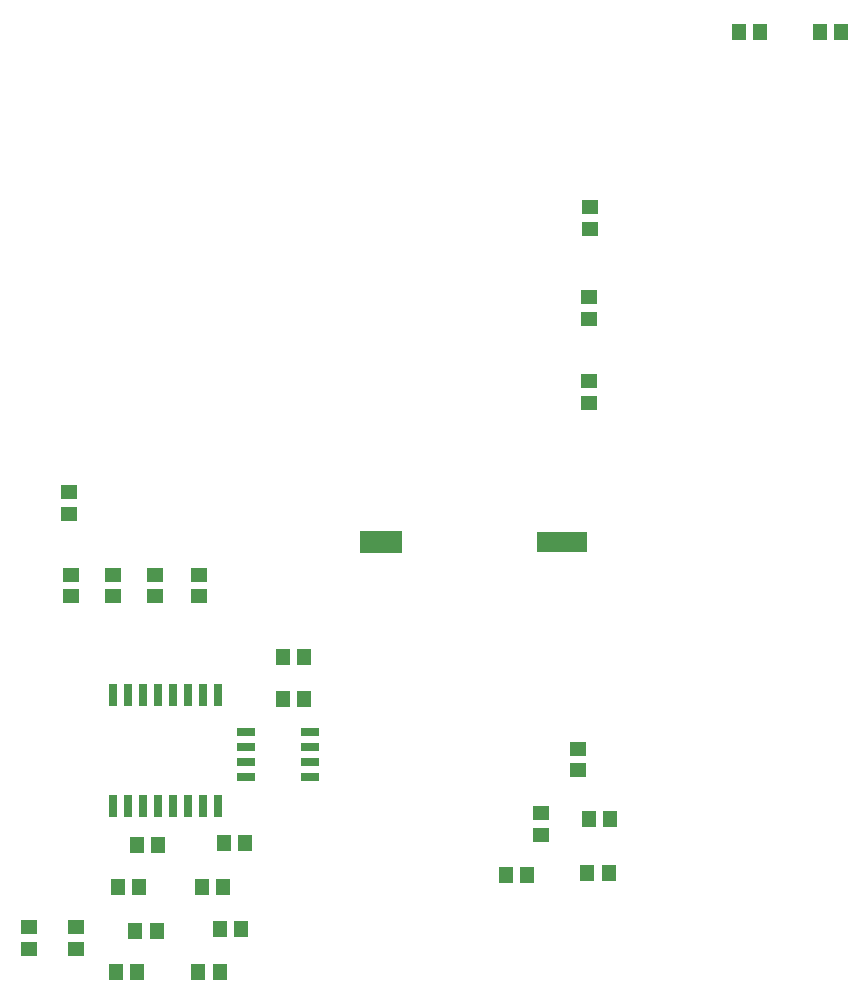
<source format=gbr>
%TF.GenerationSoftware,Altium Limited,Altium Designer,24.3.1 (35)*%
G04 Layer_Color=8421504*
%FSLAX25Y25*%
%MOIN*%
%TF.SameCoordinates,1C50E6C9-DA4A-4B26-87AC-B265A0C711DB*%
%TF.FilePolarity,Positive*%
%TF.FileFunction,Paste,Top*%
%TF.Part,Single*%
G01*
G75*
%TA.AperFunction,SMDPad,CuDef*%
%ADD10R,0.05709X0.04528*%
%ADD11R,0.04528X0.05709*%
%ADD12R,0.13858X0.07362*%
%ADD13R,0.17008X0.07165*%
%ADD14R,0.05906X0.02559*%
%ADD15R,0.02559X0.07579*%
D10*
X55000Y411543D02*
D03*
Y404457D02*
D03*
X199500Y476043D02*
D03*
Y468957D02*
D03*
X199970Y526957D02*
D03*
Y534043D02*
D03*
X199500Y496957D02*
D03*
Y504043D02*
D03*
X196000Y346500D02*
D03*
Y353587D02*
D03*
X183500Y332000D02*
D03*
Y324913D02*
D03*
X13000Y286957D02*
D03*
Y294043D02*
D03*
X28500Y286957D02*
D03*
Y294043D02*
D03*
X41007Y411543D02*
D03*
Y404457D02*
D03*
X26099Y439000D02*
D03*
Y431913D02*
D03*
X69500Y404457D02*
D03*
Y411543D02*
D03*
X27000D02*
D03*
Y404457D02*
D03*
D11*
X256543Y592500D02*
D03*
X249457D02*
D03*
X276457D02*
D03*
X283543D02*
D03*
X76500Y279000D02*
D03*
X69413D02*
D03*
X206087Y312000D02*
D03*
X199000D02*
D03*
X206543Y330000D02*
D03*
X199457D02*
D03*
X179043Y311500D02*
D03*
X171957D02*
D03*
X77543Y307500D02*
D03*
X70457D02*
D03*
X49543D02*
D03*
X42457D02*
D03*
X55500Y292993D02*
D03*
X48413D02*
D03*
X77957Y322000D02*
D03*
X85043D02*
D03*
X83543Y293500D02*
D03*
X76457D02*
D03*
X49043Y279000D02*
D03*
X41957D02*
D03*
X48957Y321500D02*
D03*
X56043D02*
D03*
X97457Y370000D02*
D03*
X104543D02*
D03*
X97457Y384310D02*
D03*
X104543D02*
D03*
D12*
X130166Y422500D02*
D03*
D13*
X190639D02*
D03*
D14*
X85370Y359275D02*
D03*
Y354275D02*
D03*
Y349275D02*
D03*
Y344275D02*
D03*
X106630D02*
D03*
Y349275D02*
D03*
Y354275D02*
D03*
Y359275D02*
D03*
D15*
X41076Y371551D02*
D03*
X46076D02*
D03*
X51076D02*
D03*
X56076D02*
D03*
X61076D02*
D03*
X66076D02*
D03*
X71076D02*
D03*
X76076D02*
D03*
Y334449D02*
D03*
X71076D02*
D03*
X66076D02*
D03*
X61076D02*
D03*
X56076D02*
D03*
X51076D02*
D03*
X46076D02*
D03*
X41076D02*
D03*
%TF.MD5,3f692ccc27d791d5b11d504738ce1df5*%
M02*

</source>
